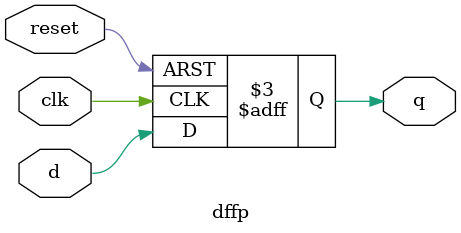
<source format=v>
`timescale 1ns / 1ps


module john(clk,reset,out);
input clk,reset;
output  wire  [3:0]out;
wire q0,q1,q2,q3;

dffp ff1(.clk(clk),.reset(reset),.d(~q3),.q(q0));
dffp ff2(.clk(clk),.reset(reset),.d(q0),.q(q1));
dffp ff3(.clk(clk),.reset(reset),.d(q1),.q(q2));
dffp ff4(.clk(clk),.reset(reset),.d(q2),.q(q3));
assign out={q3,q2,q1,q0};
endmodule

module dffp(clk,reset,d,q);
input clk,reset,d;
output reg q;
always @(negedge clk or posedge reset)
begin
if(reset==1)
q<=0;
else
q<=d;
end
endmodule

</source>
